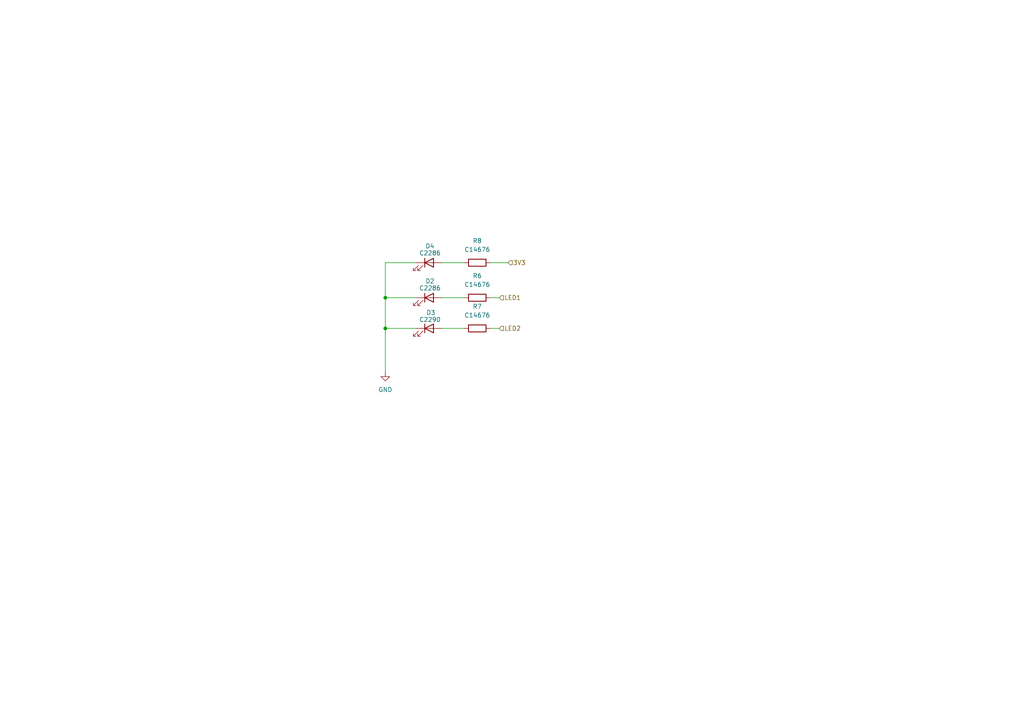
<source format=kicad_sch>
(kicad_sch (version 20250114) (generator "eeschema") (generator_version "9.0")
  (paper "A4")
  (title_block (title "STM Board") (date "2025-10-18") (rev "3") (company "Team 0-06"))
  (lib_symbols
    (symbol "Device:LED" (pin_numbers (hide yes)) (pin_names (offset 1.016) (hide yes))
      (property "Reference" "D" (at 0 2.54 0))
      (property "Value" "LED" (at 0 -2.54 0))
      (symbol "LED_0_1"
        (polyline (pts (xy -3.048 -0.762) (xy -4.572 -2.286) (xy -3.81 -2.286) (xy -4.572 -2.286) (xy -4.572 -1.524)))
        (polyline (pts (xy -1.778 -0.762) (xy -3.302 -2.286) (xy -2.54 -2.286) (xy -3.302 -2.286) (xy -3.302 -1.524)))
        (polyline (pts (xy -1.27 0) (xy 1.27 0)))
        (polyline (pts (xy -1.27 -1.27) (xy -1.27 1.27)) (stroke (width 0.254)))
        (polyline (pts (xy 1.27 -1.27) (xy 1.27 1.27) (xy -1.27 0) (xy 1.27 -1.27)) (stroke (width 0.254)))
      )
      (symbol "LED_1_1"
        (pin passive line (at -3.81 0 0) (length 2.54) (name "K") (number "1"))
        (pin passive line (at 3.81 0 180) (length 2.54) (name "A") (number "2"))
      )
    )
    (symbol "Device:R" (pin_numbers (hide yes)) (pin_names (offset 0))
      (property "Reference" "R" (at 2.032 0 90))
      (property "Value" "R" (at 0 0 90))
      (symbol "R_0_1"
        (rectangle (start -1.016 -2.54) (end 1.016 2.54) (stroke (width 0.254)))
      )
      (symbol "R_1_1"
        (pin passive line (at 0 3.81 270) (length 1.27) (name "~") (number "1"))
        (pin passive line (at 0 -3.81 90) (length 1.27) (name "~") (number "2"))
      )
    )
    (symbol "power:GND" (power) (pin_numbers (hide yes)) (pin_names (offset 0) (hide yes))
      (property "Value" "GND" (at 0 -3.81 0))
      (symbol "GND_0_1"
        (polyline (pts (xy 0 0) (xy 0 -1.27) (xy 1.27 -1.27) (xy 0 -2.54) (xy -1.27 -1.27) (xy 0 -1.27)))
      )
      (symbol "GND_1_1"
        (pin power_in line (at 0 0 270) (length 0) (name "~") (number "1"))
      )
    )
  )
  (junction (at 111.76 86.36))
  (junction (at 111.76 95.25))
  (wire (pts (xy 142.24 86.36) (xy 144.78 86.36)))
  (wire (pts (xy 142.24 95.25) (xy 144.78 95.25)))
  (wire (pts (xy 111.76 76.2) (xy 111.76 86.36)))
  (wire (pts (xy 128.27 86.36) (xy 134.62 86.36)))
  (wire (pts (xy 128.27 76.2) (xy 134.62 76.2)))
  (wire (pts (xy 111.76 95.25) (xy 120.65 95.25)))
  (wire (pts (xy 111.76 95.25) (xy 111.76 107.95)))
  (wire (pts (xy 142.24 76.2) (xy 147.32 76.2)))
  (wire (pts (xy 120.65 86.36) (xy 111.76 86.36)))
  (wire (pts (xy 111.76 86.36) (xy 111.76 95.25)))
  (wire (pts (xy 120.65 76.2) (xy 111.76 76.2)))
  (wire (pts (xy 128.27 95.25) (xy 134.62 95.25)))
  (hierarchical_label "LED1" (shape input) (at 144.78 86.36 0))
  (hierarchical_label "LED2" (shape input) (at 144.78 95.25 0))
  (hierarchical_label "3V3" (shape input) (at 147.32 76.2 0))
  (symbol (lib_id "Device:LED") (at 124.46 86.36 0) (unit 1)
    (property "Reference" "D2" (at 124.714 81.534 0))
    (property "Value" "C2286" (at 124.714 83.566 0))
    (property "Footprint" "LED_SMD:LED_0603_1608Metric" (effects (hide yes)))
    (property "Description" "Light emitting diode" (effects (hide yes)))
    (property "Sim.Pins" "1=K 2=A" (effects (hide yes)))
  )
  (symbol (lib_id "Device:R") (at 138.43 76.2 90) (unit 1)
    (property "Reference" "R8" (at 138.43 69.85 90))
    (property "Value" "C14676" (at 138.43 72.39 90))
    (property "Footprint" "Resistor_SMD:R_0603_1608Metric" (effects (hide yes)))
    (property "Description" "Resistor" (effects (hide yes)))
  )
  (symbol (lib_id "Device:LED") (at 124.46 76.2 0) (unit 1)
    (property "Reference" "D4" (at 124.714 71.374 0))
    (property "Value" "C2286" (at 124.714 73.406 0))
    (property "Footprint" "LED_SMD:LED_0603_1608Metric" (effects (hide yes)))
    (property "Description" "Light emitting diode" (effects (hide yes)))
    (property "Sim.Pins" "1=K 2=A" (effects (hide yes)))
  )
  (symbol (lib_id "Device:LED") (at 124.46 95.25 0) (unit 1)
    (property "Reference" "D3" (at 124.968 90.678 0))
    (property "Value" "C2290" (at 124.714 92.71 0))
    (property "Footprint" "LED_SMD:LED_0603_1608Metric" (effects (hide yes)))
    (property "Description" "Light emitting diode" (effects (hide yes)))
    (property "Sim.Pins" "1=K 2=A" (effects (hide yes)))
  )
  (symbol (lib_id "power:GND") (at 111.76 107.95 0) (unit 1)
    (property "Reference" "#PWR014" (effects (hide yes)))
    (property "Value" "GND" (at 111.76 113.03 0))
    (property "Description" "Power symbol creates a global label with name \"GND\" , ground" (effects (hide yes)))
  )
  (symbol (lib_id "Device:R") (at 138.43 86.36 90) (unit 1)
    (property "Reference" "R6" (at 138.43 80.01 90))
    (property "Value" "C14676" (at 138.43 82.55 90))
    (property "Footprint" "Resistor_SMD:R_0603_1608Metric" (effects (hide yes)))
    (property "Description" "Resistor" (effects (hide yes)))
  )
  (symbol (lib_id "Device:R") (at 138.43 95.25 90) (unit 1)
    (property "Reference" "R7" (at 138.43 88.9 90))
    (property "Value" "C14676" (at 138.43 91.44 90))
    (property "Footprint" "Resistor_SMD:R_0603_1608Metric" (effects (hide yes)))
    (property "Description" "Resistor" (effects (hide yes)))
  )
)
</source>
